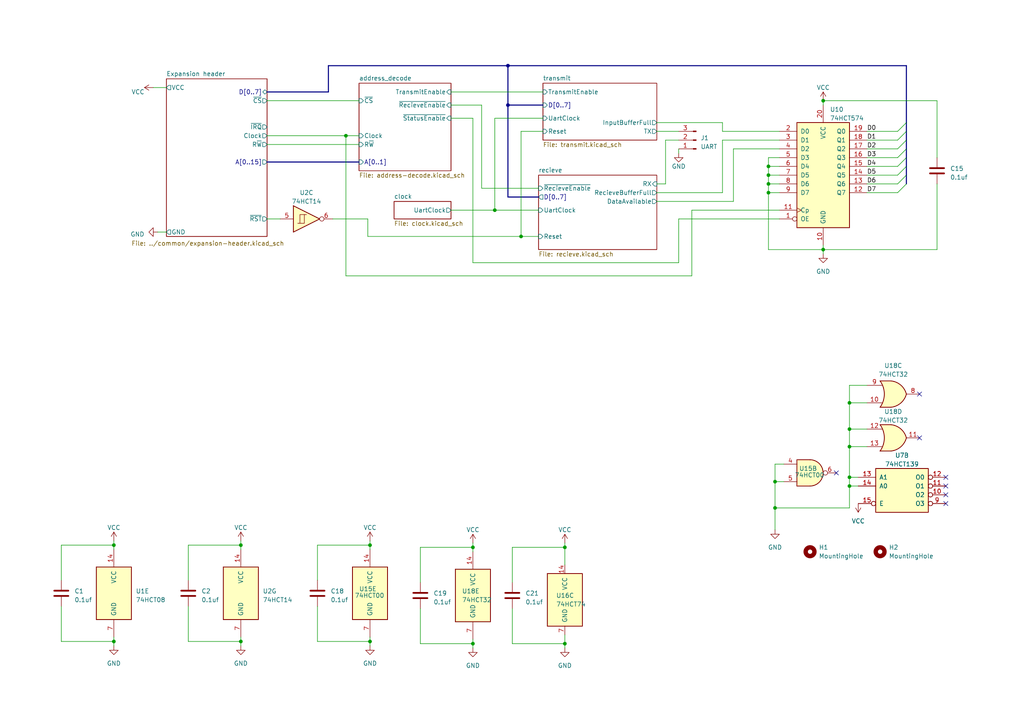
<source format=kicad_sch>
(kicad_sch (version 20230121) (generator eeschema)
  (paper "A4")
  (lib_symbols
    (symbol "74xx:74HCT00" (pin_names (offset 1.016))
      (property "Reference" "U" (at 0 1.27 0))
      (property "Value" "74HCT00" (at 0 -1.27 0))
      (symbol "74HCT00_1_1"
        (arc (start 0 -3.81) (mid 3.7934 0) (end 0 3.81) (stroke (width 0.254)) (fill (type background)))
        (polyline (pts (xy 0 3.81) (xy -3.81 3.81) (xy -3.81 -3.81) (xy 0 -3.81)) (stroke (width 0.254)) (fill (type background)))
        (pin input line (at -7.62 2.54 0) (length 3.81) (name "~") (number "1"))
        (pin input line (at -7.62 -2.54 0) (length 3.81) (name "~") (number "2"))
        (pin output inverted (at 7.62 0 180) (length 3.81) (name "~") (number "3"))
      )
      (symbol "74HCT00_1_2"
        (arc (start -3.81 -3.81) (mid -2.589 0) (end -3.81 3.81) (stroke (width 0.254)))
        (arc (start -0.6096 -3.81) (mid 2.1842 -2.5851) (end 3.81 0) (stroke (width 0.254)) (fill (type background)))
        (polyline (pts (xy -3.81 -3.81) (xy -0.635 -3.81)) (stroke (width 0.254)) (fill (type background)))
        (polyline (pts (xy -3.81 3.81) (xy -0.635 3.81)) (stroke (width 0.254)) (fill (type background)))
        (polyline (pts (xy -0.635 3.81) (xy -3.81 3.81) (xy -3.81 3.81) (xy -3.556 3.4036) (xy -3.0226 2.2606) (xy -2.6924 1.0414) (xy -2.6162 -0.254) (xy -2.7686 -1.4986) (xy -3.175 -2.7178) (xy -3.81 -3.81) (xy -3.81 -3.81) (xy -0.635 -3.81)) (stroke (width -25.4)) (fill (type background)))
        (arc (start 3.81 0) (mid 2.1915 2.5936) (end -0.6096 3.81) (stroke (width 0.254)) (fill (type background)))
        (pin input inverted (at -7.62 2.54 0) (length 4.318) (name "~") (number "1"))
        (pin input inverted (at -7.62 -2.54 0) (length 4.318) (name "~") (number "2"))
        (pin output line (at 7.62 0 180) (length 3.81) (name "~") (number "3"))
      )
      (symbol "74HCT00_2_1"
        (arc (start 0 -3.81) (mid 3.7934 0) (end 0 3.81) (stroke (width 0.254)) (fill (type background)))
        (polyline (pts (xy 0 3.81) (xy -3.81 3.81) (xy -3.81 -3.81) (xy 0 -3.81)) (stroke (width 0.254)) (fill (type background)))
        (pin input line (at -7.62 2.54 0) (length 3.81) (name "~") (number "4"))
        (pin input line (at -7.62 -2.54 0) (length 3.81) (name "~") (number "5"))
        (pin output inverted (at 7.62 0 180) (length 3.81) (name "~") (number "6"))
      )
      (symbol "74HCT00_2_2"
        (arc (start -3.81 -3.81) (mid -2.589 0) (end -3.81 3.81) (stroke (width 0.254)))
        (arc (start -0.6096 -3.81) (mid 2.1842 -2.5851) (end 3.81 0) (stroke (width 0.254)) (fill (type background)))
        (polyline (pts (xy -3.81 -3.81) (xy -0.635 -3.81)) (stroke (width 0.254)) (fill (type background)))
        (polyline (pts (xy -3.81 3.81) (xy -0.635 3.81)) (stroke (width 0.254)) (fill (type background)))
        (polyline (pts (xy -0.635 3.81) (xy -3.81 3.81) (xy -3.81 3.81) (xy -3.556 3.4036) (xy -3.0226 2.2606) (xy -2.6924 1.0414) (xy -2.6162 -0.254) (xy -2.7686 -1.4986) (xy -3.175 -2.7178) (xy -3.81 -3.81) (xy -3.81 -3.81) (xy -0.635 -3.81)) (stroke (width -25.4)) (fill (type background)))
        (arc (start 3.81 0) (mid 2.1915 2.5936) (end -0.6096 3.81) (stroke (width 0.254)) (fill (type background)))
        (pin input inverted (at -7.62 2.54 0) (length 4.318) (name "~") (number "4"))
        (pin input inverted (at -7.62 -2.54 0) (length 4.318) (name "~") (number "5"))
        (pin output line (at 7.62 0 180) (length 3.81) (name "~") (number "6"))
      )
      (symbol "74HCT00_3_1"
        (arc (start 0 -3.81) (mid 3.7934 0) (end 0 3.81) (stroke (width 0.254)) (fill (type background)))
        (polyline (pts (xy 0 3.81) (xy -3.81 3.81) (xy -3.81 -3.81) (xy 0 -3.81)) (stroke (width 0.254)) (fill (type background)))
        (pin input line (at -7.62 -2.54 0) (length 3.81) (name "~") (number "10"))
        (pin output inverted (at 7.62 0 180) (length 3.81) (name "~") (number "8"))
        (pin input line (at -7.62 2.54 0) (length 3.81) (name "~") (number "9"))
      )
      (symbol "74HCT00_3_2"
        (arc (start -3.81 -3.81) (mid -2.589 0) (end -3.81 3.81) (stroke (width 0.254)))
        (arc (start -0.6096 -3.81) (mid 2.1842 -2.5851) (end 3.81 0) (stroke (width 0.254)) (fill (type background)))
        (polyline (pts (xy -3.81 -3.81) (xy -0.635 -3.81)) (stroke (width 0.254)) (fill (type background)))
        (polyline (pts (xy -3.81 3.81) (xy -0.635 3.81)) (stroke (width 0.254)) (fill (type background)))
        (polyline (pts (xy -0.635 3.81) (xy -3.81 3.81) (xy -3.81 3.81) (xy -3.556 3.4036) (xy -3.0226 2.2606) (xy -2.6924 1.0414) (xy -2.6162 -0.254) (xy -2.7686 -1.4986) (xy -3.175 -2.7178) (xy -3.81 -3.81) (xy -3.81 -3.81) (xy -0.635 -3.81)) (stroke (width -25.4)) (fill (type background)))
        (arc (start 3.81 0) (mid 2.1915 2.5936) (end -0.6096 3.81) (stroke (width 0.254)) (fill (type background)))
        (pin input inverted (at -7.62 -2.54 0) (length 4.318) (name "~") (number "10"))
        (pin output line (at 7.62 0 180) (length 3.81) (name "~") (number "8"))
        (pin input inverted (at -7.62 2.54 0) (length 4.318) (name "~") (number "9"))
      )
      (symbol "74HCT00_4_1"
        (arc (start 0 -3.81) (mid 3.7934 0) (end 0 3.81) (stroke (width 0.254)) (fill (type background)))
        (polyline (pts (xy 0 3.81) (xy -3.81 3.81) (xy -3.81 -3.81) (xy 0 -3.81)) (stroke (width 0.254)) (fill (type background)))
        (pin output inverted (at 7.62 0 180) (length 3.81) (name "~") (number "11"))
        (pin input line (at -7.62 2.54 0) (length 3.81) (name "~") (number "12"))
        (pin input line (at -7.62 -2.54 0) (length 3.81) (name "~") (number "13"))
      )
      (symbol "74HCT00_4_2"
        (arc (start -3.81 -3.81) (mid -2.589 0) (end -3.81 3.81) (stroke (width 0.254)))
        (arc (start -0.6096 -3.81) (mid 2.1842 -2.5851) (end 3.81 0) (stroke (width 0.254)) (fill (type background)))
        (polyline (pts (xy -3.81 -3.81) (xy -0.635 -3.81)) (stroke (width 0.254)) (fill (type background)))
        (polyline (pts (xy -3.81 3.81) (xy -0.635 3.81)) (stroke (width 0.254)) (fill (type background)))
        (polyline (pts (xy -0.635 3.81) (xy -3.81 3.81) (xy -3.81 3.81) (xy -3.556 3.4036) (xy -3.0226 2.2606) (xy -2.6924 1.0414) (xy -2.6162 -0.254) (xy -2.7686 -1.4986) (xy -3.175 -2.7178) (xy -3.81 -3.81) (xy -3.81 -3.81) (xy -0.635 -3.81)) (stroke (width -25.4)) (fill (type background)))
        (arc (start 3.81 0) (mid 2.1915 2.5936) (end -0.6096 3.81) (stroke (width 0.254)) (fill (type background)))
        (pin output line (at 7.62 0 180) (length 3.81) (name "~") (number "11"))
        (pin input inverted (at -7.62 2.54 0) (length 4.318) (name "~") (number "12"))
        (pin input inverted (at -7.62 -2.54 0) (length 4.318) (name "~") (number "13"))
      )
      (symbol "74HCT00_5_0"
        (pin power_in line (at 0 12.7 270) (length 5.08) (name "VCC") (number "14"))
        (pin power_in line (at 0 -12.7 90) (length 5.08) (name "GND") (number "7"))
      )
      (symbol "74HCT00_5_1"
        (rectangle (start -5.08 7.62) (end 5.08 -7.62) (stroke (width 0.254)) (fill (type background)))
      )
    )
    (symbol "74xx:74LS08" (pin_names (offset 1.016))
      (property "Reference" "U" (at 0 1.27 0))
      (property "Value" "74LS08" (at 0 -1.27 0))
      (symbol "74LS08_1_1"
        (arc (start 0 -3.81) (mid 3.7934 0) (end 0 3.81) (stroke (width 0.254)) (fill (type background)))
        (polyline (pts (xy 0 3.81) (xy -3.81 3.81) (xy -3.81 -3.81) (xy 0 -3.81)) (stroke (width 0.254)) (fill (type background)))
        (pin input line (at -7.62 2.54 0) (length 3.81) (name "~") (number "1"))
        (pin input line (at -7.62 -2.54 0) (length 3.81) (name "~") (number "2"))
        (pin output line (at 7.62 0 180) (length 3.81) (name "~") (number "3"))
      )
      (symbol "74LS08_1_2"
        (arc (start -3.81 -3.81) (mid -2.589 0) (end -3.81 3.81) (stroke (width 0.254)))
        (arc (start -0.6096 -3.81) (mid 2.1842 -2.5851) (end 3.81 0) (stroke (width 0.254)) (fill (type background)))
        (polyline (pts (xy -3.81 -3.81) (xy -0.635 -3.81)) (stroke (width 0.254)) (fill (type background)))
        (polyline (pts (xy -3.81 3.81) (xy -0.635 3.81)) (stroke (width 0.254)) (fill (type background)))
        (polyline (pts (xy -0.635 3.81) (xy -3.81 3.81) (xy -3.81 3.81) (xy -3.556 3.4036) (xy -3.0226 2.2606) (xy -2.6924 1.0414) (xy -2.6162 -0.254) (xy -2.7686 -1.4986) (xy -3.175 -2.7178) (xy -3.81 -3.81) (xy -3.81 -3.81) (xy -0.635 -3.81)) (stroke (width -25.4)) (fill (type background)))
        (arc (start 3.81 0) (mid 2.1915 2.5936) (end -0.6096 3.81) (stroke (width 0.254)) (fill (type background)))
        (pin input inverted (at -7.62 2.54 0) (length 4.318) (name "~") (number "1"))
        (pin input inverted (at -7.62 -2.54 0) (length 4.318) (name "~") (number "2"))
        (pin output inverted (at 7.62 0 180) (length 3.81) (name "~") (number "3"))
      )
      (symbol "74LS08_2_1"
        (arc (start 0 -3.81) (mid 3.7934 0) (end 0 3.81) (stroke (width 0.254)) (fill (type background)))
        (polyline (pts (xy 0 3.81) (xy -3.81 3.81) (xy -3.81 -3.81) (xy 0 -3.81)) (stroke (width 0.254)) (fill (type background)))
        (pin input line (at -7.62 2.54 0) (length 3.81) (name "~") (number "4"))
        (pin input line (at -7.62 -2.54 0) (length 3.81) (name "~") (number "5"))
        (pin output line (at 7.62 0 180) (length 3.81) (name "~") (number "6"))
      )
      (symbol "74LS08_2_2"
        (arc (start -3.81 -3.81) (mid -2.589 0) (end -3.81 3.81) (stroke (width 0.254)))
        (arc (start -0.6096 -3.81) (mid 2.1842 -2.5851) (end 3.81 0) (stroke (width 0.254)) (fill (type background)))
        (polyline (pts (xy -3.81 -3.81) (xy -0.635 -3.81)) (stroke (width 0.254)) (fill (type background)))
        (polyline (pts (xy -3.81 3.81) (xy -0.635 3.81)) (stroke (width 0.254)) (fill (type background)))
        (polyline (pts (xy -0.635 3.81) (xy -3.81 3.81) (xy -3.81 3.81) (xy -3.556 3.4036) (xy -3.0226 2.2606) (xy -2.6924 1.0414) (xy -2.6162 -0.254) (xy -2.7686 -1.4986) (xy -3.175 -2.7178) (xy -3.81 -3.81) (xy -3.81 -3.81) (xy -0.635 -3.81)) (stroke (width -25.4)) (fill (type background)))
        (arc (start 3.81 0) (mid 2.1915 2.5936) (end -0.6096 3.81) (stroke (width 0.254)) (fill (type background)))
        (pin input inverted (at -7.62 2.54 0) (length 4.318) (name "~") (number "4"))
        (pin input inverted (at -7.62 -2.54 0) (length 4.318) (name "~") (number "5"))
        (pin output inverted (at 7.62 0 180) (length 3.81) (name "~") (number "6"))
      )
      (symbol "74LS08_3_1"
        (arc (start 0 -3.81) (mid 3.7934 0) (end 0 3.81) (stroke (width 0.254)) (fill (type background)))
        (polyline (pts (xy 0 3.81) (xy -3.81 3.81) (xy -3.81 -3.81) (xy 0 -3.81)) (stroke (width 0.254)) (fill (type background)))
        (pin input line (at -7.62 -2.54 0) (length 3.81) (name "~") (number "10"))
        (pin output line (at 7.62 0 180) (length 3.81) (name "~") (number "8"))
        (pin input line (at -7.62 2.54 0) (length 3.81) (name "~") (number "9"))
      )
      (symbol "74LS08_3_2"
        (arc (start -3.81 -3.81) (mid -2.589 0) (end -3.81 3.81) (stroke (width 0.254)))
        (arc (start -0.6096 -3.81) (mid 2.1842 -2.5851) (end 3.81 0) (stroke (width 0.254)) (fill (type background)))
        (polyline (pts (xy -3.81 -3.81) (xy -0.635 -3.81)) (stroke (width 0.254)) (fill (type background)))
        (polyline (pts (xy -3.81 3.81) (xy -0.635 3.81)) (stroke (width 0.254)) (fill (type background)))
        (polyline (pts (xy -0.635 3.81) (xy -3.81 3.81) (xy -3.81 3.81) (xy -3.556 3.4036) (xy -3.0226 2.2606) (xy -2.6924 1.0414) (xy -2.6162 -0.254) (xy -2.7686 -1.4986) (xy -3.175 -2.7178) (xy -3.81 -3.81) (xy -3.81 -3.81) (xy -0.635 -3.81)) (stroke (width -25.4)) (fill (type background)))
        (arc (start 3.81 0) (mid 2.1915 2.5936) (end -0.6096 3.81) (stroke (width 0.254)) (fill (type background)))
        (pin input inverted (at -7.62 -2.54 0) (length 4.318) (name "~") (number "10"))
        (pin output inverted (at 7.62 0 180) (length 3.81) (name "~") (number "8"))
        (pin input inverted (at -7.62 2.54 0) (length 4.318) (name "~") (number "9"))
      )
      (symbol "74LS08_4_1"
        (arc (start 0 -3.81) (mid 3.7934 0) (end 0 3.81) (stroke (width 0.254)) (fill (type background)))
        (polyline (pts (xy 0 3.81) (xy -3.81 3.81) (xy -3.81 -3.81) (xy 0 -3.81)) (stroke (width 0.254)) (fill (type background)))
        (pin output line (at 7.62 0 180) (length 3.81) (name "~") (number "11"))
        (pin input line (at -7.62 2.54 0) (length 3.81) (name "~") (number "12"))
        (pin input line (at -7.62 -2.54 0) (length 3.81) (name "~") (number "13"))
      )
      (symbol "74LS08_4_2"
        (arc (start -3.81 -3.81) (mid -2.589 0) (end -3.81 3.81) (stroke (width 0.254)))
        (arc (start -0.6096 -3.81) (mid 2.1842 -2.5851) (end 3.81 0) (stroke (width 0.254)) (fill (type background)))
        (polyline (pts (xy -3.81 -3.81) (xy -0.635 -3.81)) (stroke (width 0.254)) (fill (type background)))
        (polyline (pts (xy -3.81 3.81) (xy -0.635 3.81)) (stroke (width 0.254)) (fill (type background)))
        (polyline (pts (xy -0.635 3.81) (xy -3.81 3.81) (xy -3.81 3.81) (xy -3.556 3.4036) (xy -3.0226 2.2606) (xy -2.6924 1.0414) (xy -2.6162 -0.254) (xy -2.7686 -1.4986) (xy -3.175 -2.7178) (xy -3.81 -3.81) (xy -3.81 -3.81) (xy -0.635 -3.81)) (stroke (width -25.4)) (fill (type background)))
        (arc (start 3.81 0) (mid 2.1915 2.5936) (end -0.6096 3.81) (stroke (width 0.254)) (fill (type background)))
        (pin output inverted (at 7.62 0 180) (length 3.81) (name "~") (number "11"))
        (pin input inverted (at -7.62 2.54 0) (length 4.318) (name "~") (number "12"))
        (pin input inverted (at -7.62 -2.54 0) (length 4.318) (name "~") (number "13"))
      )
      (symbol "74LS08_5_0"
        (pin power_in line (at 0 12.7 270) (length 5.08) (name "VCC") (number "14"))
        (pin power_in line (at 0 -12.7 90) (length 5.08) (name "GND") (number "7"))
      )
      (symbol "74LS08_5_1"
        (rectangle (start -5.08 7.62) (end 5.08 -7.62) (stroke (width 0.254)) (fill (type background)))
      )
    )
    (symbol "74xx:74LS139" (pin_names (offset 1.016))
      (property "Reference" "U" (at -7.62 8.89 0))
      (property "Value" "74LS139" (at -7.62 -8.89 0))
      (symbol "74LS139_1_0"
        (pin input inverted (at -12.7 -5.08 0) (length 5.08) (name "E") (number "1"))
        (pin input line (at -12.7 0 0) (length 5.08) (name "A0") (number "2"))
        (pin input line (at -12.7 2.54 0) (length 5.08) (name "A1") (number "3"))
        (pin output inverted (at 12.7 2.54 180) (length 5.08) (name "O0") (number "4"))
        (pin output inverted (at 12.7 0 180) (length 5.08) (name "O1") (number "5"))
        (pin output inverted (at 12.7 -2.54 180) (length 5.08) (name "O2") (number "6"))
        (pin output inverted (at 12.7 -5.08 180) (length 5.08) (name "O3") (number "7"))
      )
      (symbol "74LS139_1_1"
        (rectangle (start -7.62 5.08) (end 7.62 -7.62) (stroke (width 0.254)) (fill (type background)))
      )
      (symbol "74LS139_2_0"
        (pin output inverted (at 12.7 -2.54 180) (length 5.08) (name "O2") (number "10"))
        (pin output inverted (at 12.7 0 180) (length 5.08) (name "O1") (number "11"))
        (pin output inverted (at 12.7 2.54 180) (length 5.08) (name "O0") (number "12"))
        (pin input line (at -12.7 2.54 0) (length 5.08) (name "A1") (number "13"))
        (pin input line (at -12.7 0 0) (length 5.08) (name "A0") (number "14"))
        (pin input inverted (at -12.7 -5.08 0) (length 5.08) (name "E") (number "15"))
        (pin output inverted (at 12.7 -5.08 180) (length 5.08) (name "O3") (number "9"))
      )
      (symbol "74LS139_2_1"
        (rectangle (start -7.62 5.08) (end 7.62 -7.62) (stroke (width 0.254)) (fill (type background)))
      )
      (symbol "74LS139_3_0"
        (pin power_in line (at 0 12.7 270) (length 5.08) (name "VCC") (number "16"))
        (pin power_in line (at 0 -12.7 90) (length 5.08) (name "GND") (number "8"))
      )
      (symbol "74LS139_3_1"
        (rectangle (start -5.08 7.62) (end 5.08 -7.62) (stroke (width 0.254)) (fill (type background)))
      )
    )
    (symbol "74xx:74LS14" (pin_names (offset 1.016))
      (property "Reference" "U" (at 0 1.27 0))
      (property "Value" "74LS14" (at 0 -1.27 0))
      (symbol "74LS14_1_0"
        (polyline (pts (xy -3.81 3.81) (xy -3.81 -3.81) (xy 3.81 0) (xy -3.81 3.81)) (stroke (width 0.254)) (fill (type background)))
        (pin input line (at -7.62 0 0) (length 3.81) (name "~") (number "1"))
        (pin output inverted (at 7.62 0 180) (length 3.81) (name "~") (number "2"))
      )
      (symbol "74LS14_1_1"
        (polyline (pts (xy -1.905 -1.27) (xy -1.905 1.27) (xy -0.635 1.27)))
        (polyline (pts (xy -2.54 -1.27) (xy -0.635 -1.27) (xy -0.635 1.27) (xy 0 1.27)))
      )
      (symbol "74LS14_2_0"
        (polyline (pts (xy -3.81 3.81) (xy -3.81 -3.81) (xy 3.81 0) (xy -3.81 3.81)) (stroke (width 0.254)) (fill (type background)))
        (pin input line (at -7.62 0 0) (length 3.81) (name "~") (number "3"))
        (pin output inverted (at 7.62 0 180) (length 3.81) (name "~") (number "4"))
      )
      (symbol "74LS14_2_1"
        (polyline (pts (xy -1.905 -1.27) (xy -1.905 1.27) (xy -0.635 1.27)))
        (polyline (pts (xy -2.54 -1.27) (xy -0.635 -1.27) (xy -0.635 1.27) (xy 0 1.27)))
      )
      (symbol "74LS14_3_0"
        (polyline (pts (xy -3.81 3.81) (xy -3.81 -3.81) (xy 3.81 0) (xy -3.81 3.81)) (stroke (width 0.254)) (fill (type background)))
        (pin input line (at -7.62 0 0) (length 3.81) (name "~") (number "5"))
        (pin output inverted (at 7.62 0 180) (length 3.81) (name "~") (number "6"))
      )
      (symbol "74LS14_3_1"
        (polyline (pts (xy -1.905 -1.27) (xy -1.905 1.27) (xy -0.635 1.27)))
        (polyline (pts (xy -2.54 -1.27) (xy -0.635 -1.27) (xy -0.635 1.27) (xy 0 1.27)))
      )
      (symbol "74LS14_4_0"
        (polyline (pts (xy -3.81 3.81) (xy -3.81 -3.81) (xy 3.81 0) (xy -3.81 3.81)) (stroke (width 0.254)) (fill (type background)))
        (pin output inverted (at 7.62 0 180) (length 3.81) (name "~") (number "8"))
        (pin input line (at -7.62 0 0) (length 3.81) (name "~") (number "9"))
      )
      (symbol "74LS14_4_1"
        (polyline (pts (xy -1.905 -1.27) (xy -1.905 1.27) (xy -0.635 1.27)))
        (polyline (pts (xy -2.54 -1.27) (xy -0.635 -1.27) (xy -0.635 1.27) (xy 0 1.27)))
      )
      (symbol "74LS14_5_0"
        (polyline (pts (xy -3.81 3.81) (xy -3.81 -3.81) (xy 3.81 0) (xy -3.81 3.81)) (stroke (width 0.254)) (fill (type background)))
        (pin output inverted (at 7.62 0 180) (length 3.81) (name "~") (number "10"))
        (pin input line (at -7.62 0 0) (length 3.81) (name "~") (number "11"))
      )
      (symbol "74LS14_5_1"
        (polyline (pts (xy -1.905 -1.27) (xy -1.905 1.27) (xy -0.635 1.27)))
        (polyline (pts (xy -2.54 -1.27) (xy -0.635 -1.27) (xy -0.635 1.27) (xy 0 1.27)))
      )
      (symbol "74LS14_6_0"
        (polyline (pts (xy -3.81 3.81) (xy -3.81 -3.81) (xy 3.81 0) (xy -3.81 3.81)) (stroke (width 0.254)) (fill (type background)))
        (pin output inverted (at 7.62 0 180) (length 3.81) (name "~") (number "12"))
        (pin input line (at -7.62 0 0) (length 3.81) (name "~") (number "13"))
      )
      (symbol "74LS14_6_1"
        (polyline (pts (xy -1.905 -1.27) (xy -1.905 1.27) (xy -0.635 1.27)))
        (polyline (pts (xy -2.54 -1.27) (xy -0.635 -1.27) (xy -0.635 1.27) (xy 0 1.27)))
      )
      (symbol "74LS14_7_0"
        (pin power_in line (at 0 12.7 270) (length 5.08) (name "VCC") (number "14"))
        (pin power_in line (at 0 -12.7 90) (length 5.08) (name "GND") (number "7"))
      )
      (symbol "74LS14_7_1"
        (rectangle (start -5.08 7.62) (end 5.08 -7.62) (stroke (width 0.254)) (fill (type background)))
      )
    )
    (symbol "74xx:74LS32" (pin_names (offset 1.016))
      (property "Reference" "U" (at 0 1.27 0))
      (property "Value" "74LS32" (at 0 -1.27 0))
      (symbol "74LS32_1_1"
        (arc (start -3.81 -3.81) (mid -2.589 0) (end -3.81 3.81) (stroke (width 0.254)))
        (arc (start -0.6096 -3.81) (mid 2.1842 -2.5851) (end 3.81 0) (stroke (width 0.254)) (fill (type background)))
        (polyline (pts (xy -3.81 -3.81) (xy -0.635 -3.81)) (stroke (width 0.254)) (fill (type background)))
        (polyline (pts (xy -3.81 3.81) (xy -0.635 3.81)) (stroke (width 0.254)) (fill (type background)))
        (polyline (pts (xy -0.635 3.81) (xy -3.81 3.81) (xy -3.81 3.81) (xy -3.556 3.4036) (xy -3.0226 2.2606) (xy -2.6924 1.0414) (xy -2.6162 -0.254) (xy -2.7686 -1.4986) (xy -3.175 -2.7178) (xy -3.81 -3.81) (xy -3.81 -3.81) (xy -0.635 -3.81)) (stroke (width -25.4)) (fill (type background)))
        (arc (start 3.81 0) (mid 2.1915 2.5936) (end -0.6096 3.81) (stroke (width 0.254)) (fill (type background)))
        (pin input line (at -7.62 2.54 0) (length 4.318) (name "~") (number "1"))
        (pin input line (at -7.62 -2.54 0) (length 4.318) (name "~") (number "2"))
        (pin output line (at 7.62 0 180) (length 3.81) (name "~") (number "3"))
      )
      (symbol "74LS32_1_2"
        (arc (start 0 -3.81) (mid 3.7934 0) (end 0 3.81) (stroke (width 0.254)) (fill (type background)))
        (polyline (pts (xy 0 3.81) (xy -3.81 3.81) (xy -3.81 -3.81) (xy 0 -3.81)) (stroke (width 0.254)) (fill (type background)))
        (pin input inverted (at -7.62 2.54 0) (length 3.81) (name "~") (number "1"))
        (pin input inverted (at -7.62 -2.54 0) (length 3.81) (name "~") (number "2"))
        (pin output inverted (at 7.62 0 180) (length 3.81) (name "~") (number "3"))
      )
      (symbol "74LS32_2_1"
        (arc (start -3.81 -3.81) (mid -2.589 0) (end -3.81 3.81) (stroke (width 0.254)))
        (arc (start -0.6096 -3.81) (mid 2.1842 -2.5851) (end 3.81 0) (stroke (width 0.254)) (fill (type background)))
        (polyline (pts (xy -3.81 -3.81) (xy -0.635 -3.81)) (stroke (width 0.254)) (fill (type background)))
        (polyline (pts (xy -3.81 3.81) (xy -0.635 3.81)) (stroke (width 0.254)) (fill (type background)))
        (polyline (pts (xy -0.635 3.81) (xy -3.81 3.81) (xy -3.81 3.81) (xy -3.556 3.4036) (xy -3.0226 2.2606) (xy -2.6924 1.0414) (xy -2.6162 -0.254) (xy -2.7686 -1.4986) (xy -3.175 -2.7178) (xy -3.81 -3.81) (xy -3.81 -3.81) (xy -0.635 -3.81)) (stroke (width -25.4)) (fill (type background)))
        (arc (start 3.81 0) (mid 2.1915 2.5936) (end -0.6096 3.81) (stroke (width 0.254)) (fill (type background)))
        (pin input line (at -7.62 2.54 0) (length 4.318) (name "~") (number "4"))
        (pin input line (at -7.62 -2.54 0) (length 4.318) (name "~") (number "5"))
        (pin output line (at 7.62 0 180) (length 3.81) (name "~") (number "6"))
      )
      (symbol "74LS32_2_2"
        (arc (start 0 -3.81) (mid 3.7934 0) (end 0 3.81) (stroke (width 0.254)) (fill (type background)))
        (polyline (pts (xy 0 3.81) (xy -3.81 3.81) (xy -3.81 -3.81) (xy 0 -3.81)) (stroke (width 0.254)) (fill (type background)))
        (pin input inverted (at -7.62 2.54 0) (length 3.81) (name "~") (number "4"))
        (pin input inverted (at -7.62 -2.54 0) (length 3.81) (name "~") (number "5"))
        (pin output inverted (at 7.62 0 180) (length 3.81) (name "~") (number "6"))
      )
      (symbol "74LS32_3_1"
        (arc (start -3.81 -3.81) (mid -2.589 0) (end -3.81 3.81) (stroke (width 0.254)))
        (arc (start -0.6096 -3.81) (mid 2.1842 -2.5851) (end 3.81 0) (stroke (width 0.254)) (fill (type background)))
        (polyline (pts (xy -3.81 -3.81) (xy -0.635 -3.81)) (stroke (width 0.254)) (fill (type background)))
        (polyline (pts (xy -3.81 3.81) (xy -0.635 3.81)) (stroke (width 0.254)) (fill (type background)))
        (polyline (pts (xy -0.635 3.81) (xy -3.81 3.81) (xy -3.81 3.81) (xy -3.556 3.4036) (xy -3.0226 2.2606) (xy -2.6924 1.0414) (xy -2.6162 -0.254) (xy -2.7686 -1.4986) (xy -3.175 -2.7178) (xy -3.81 -3.81) (xy -3.81 -3.81) (xy -0.635 -3.81)) (stroke (width -25.4)) (fill (type background)))
        (arc (start 3.81 0) (mid 2.1915 2.5936) (end -0.6096 3.81) (stroke (width 0.254)) (fill (type background)))
        (pin input line (at -7.62 -2.54 0) (length 4.318) (name "~") (number "10"))
        (pin output line (at 7.62 0 180) (length 3.81) (name "~") (number "8"))
        (pin input line (at -7.62 2.54 0) (length 4.318) (name "~") (number "9"))
      )
      (symbol "74LS32_3_2"
        (arc (start 0 -3.81) (mid 3.7934 0) (end 0 3.81) (stroke (width 0.254)) (fill (type background)))
        (polyline (pts (xy 0 3.81) (xy -3.81 3.81) (xy -3.81 -3.81) (xy 0 -3.81)) (stroke (width 0.254)) (fill (type background)))
        (pin input inverted (at -7.62 -2.54 0) (length 3.81) (name "~") (number "10"))
        (pin output inverted (at 7.62 0 180) (length 3.81) (name "~") (number "8"))
        (pin input inverted (at -7.62 2.54 0) (length 3.81) (name "~") (number "9"))
      )
      (symbol "74LS32_4_1"
        (arc (start -3.81 -3.81) (mid -2.589 0) (end -3.81 3.81) (stroke (width 0.254)))
        (arc (start -0.6096 -3.81) (mid 2.1842 -2.5851) (end 3.81 0) (stroke (width 0.254)) (fill (type background)))
        (polyline (pts (xy -3.81 -3.81) (xy -0.635 -3.81)) (stroke (width 0.254)) (fill (type background)))
        (polyline (pts (xy -3.81 3.81) (xy -0.635 3.81)) (stroke (width 0.254)) (fill (type background)))
        (polyline (pts (xy -0.635 3.81) (xy -3.81 3.81) (xy -3.81 3.81) (xy -3.556 3.4036) (xy -3.0226 2.2606) (xy -2.6924 1.0414) (xy -2.6162 -0.254) (xy -2.7686 -1.4986) (xy -3.175 -2.7178) (xy -3.81 -3.81) (xy -3.81 -3.81) (xy -0.635 -3.81)) (stroke (width -25.4)) (fill (type background)))
        (arc (start 3.81 0) (mid 2.1915 2.5936) (end -0.6096 3.81) (stroke (width 0.254)) (fill (type background)))
        (pin output line (at 7.62 0 180) (length 3.81) (name "~") (number "11"))
        (pin input line (at -7.62 2.54 0) (length 4.318) (name "~") (number "12"))
        (pin input line (at -7.62 -2.54 0) (length 4.318) (name "~") (number "13"))
      )
      (symbol "74LS32_4_2"
        (arc (start 0 -3.81) (mid 3.7934 0) (end 0 3.81) (stroke (width 0.254)) (fill (type background)))
        (polyline (pts (xy 0 3.81) (xy -3.81 3.81) (xy -3.81 -3.81) (xy 0 -3.81)) (stroke (width 0.254)) (fill (type background)))
        (pin output inverted (at 7.62 0 180) (length 3.81) (name "~") (number "11"))
        (pin input inverted (at -7.62 2.54 0) (length 3.81) (name "~") (number "12"))
        (pin input inverted (at -7.62 -2.54 0) (length 3.81) (name "~") (number "13"))
      )
      (symbol "74LS32_5_0"
        (pin power_in line (at 0 12.7 270) (length 5.08) (name "VCC") (number "14"))
        (pin power_in line (at 0 -12.7 90) (length 5.08) (name "GND") (number "7"))
      )
      (symbol "74LS32_5_1"
        (rectangle (start -5.08 7.62) (end 5.08 -7.62) (stroke (width 0.254)) (fill (type background)))
      )
    )
    (symbol "74xx:74LS574" (pin_names (offset 1.016))
      (property "Reference" "U" (at -7.62 16.51 0))
      (property "Value" "74LS574" (at -7.62 -16.51 0))
      (symbol "74LS574_1_0"
        (pin input inverted (at -12.7 -12.7 0) (length 5.08) (name "OE") (number "1"))
        (pin power_in line (at 0 -20.32 90) (length 5.08) (name "GND") (number "10"))
        (pin input clock (at -12.7 -10.16 0) (length 5.08) (name "Cp") (number "11"))
        (pin tri_state line (at 12.7 -5.08 180) (length 5.08) (name "Q7") (number "12"))
        (pin tri_state line (at 12.7 -2.54 180) (length 5.08) (name "Q6") (number "13"))
        (pin tri_state line (at 12.7 0 180) (length 5.08) (name "Q5") (number "14"))
        (pin tri_state line (at 12.7 2.54 180) (length 5.08) (name "Q4") (number "15"))
        (pin tri_state line (at 12.7 5.08 180) (length 5.08) (name "Q3") (number "16"))
        (pin tri_state line (at 12.7 7.62 180) (length 5.08) (name "Q2") (number "17"))
        (pin tri_state line (at 12.7 10.16 180) (length 5.08) (name "Q1") (number "18"))
        (pin tri_state line (at 12.7 12.7 180) (length 5.08) (name "Q0") (number "19"))
        (pin input line (at -12.7 12.7 0) (length 5.08) (name "D0") (number "2"))
        (pin power_in line (at 0 20.32 270) (length 5.08) (name "VCC") (number "20"))
        (pin input line (at -12.7 10.16 0) (length 5.08) (name "D1") (number "3"))
        (pin input line (at -12.7 7.62 0) (length 5.08) (name "D2") (number "4"))
        (pin input line (at -12.7 5.08 0) (length 5.08) (name "D3") (number "5"))
        (pin input line (at -12.7 2.54 0) (length 5.08) (name "D4") (number "6"))
        (pin input line (at -12.7 0 0) (length 5.08) (name "D5") (number "7"))
        (pin input line (at -12.7 -2.54 0) (length 5.08) (name "D6") (number "8"))
        (pin input line (at -12.7 -5.08 0) (length 5.08) (name "D7") (number "9"))
      )
      (symbol "74LS574_1_1"
        (rectangle (start -7.62 15.24) (end 7.62 -15.24) (stroke (width 0.254)) (fill (type background)))
      )
    )
    (symbol "74xx:74LS74" (pin_names (offset 1.016))
      (property "Reference" "U" (at -7.62 8.89 0))
      (property "Value" "74LS74" (at -7.62 -8.89 0))
      (symbol "74LS74_1_0"
        (pin input line (at 0 -7.62 90) (length 2.54) (name "~{R}") (number "1"))
        (pin input line (at -7.62 2.54 0) (length 2.54) (name "D") (number "2"))
        (pin input clock (at -7.62 0 0) (length 2.54) (name "C") (number "3"))
        (pin input line (at 0 7.62 270) (length 2.54) (name "~{S}") (number "4"))
        (pin output line (at 7.62 2.54 180) (length 2.54) (name "Q") (number "5"))
        (pin output line (at 7.62 -2.54 180) (length 2.54) (name "~{Q}") (number "6"))
      )
      (symbol "74LS74_1_1"
        (rectangle (start -5.08 5.08) (end 5.08 -5.08) (stroke (width 0.254)) (fill (type background)))
      )
      (symbol "74LS74_2_0"
        (pin input line (at 0 7.62 270) (length 2.54) (name "~{S}") (number "10"))
        (pin input clock (at -7.62 0 0) (length 2.54) (name "C") (number "11"))
        (pin input line (at -7.62 2.54 0) (length 2.54) (name "D") (number "12"))
        (pin input line (at 0 -7.62 90) (length 2.54) (name "~{R}") (number "13"))
        (pin output line (at 7.62 -2.54 180) (length 2.54) (name "~{Q}") (number "8"))
        (pin output line (at 7.62 2.54 180) (length 2.54) (name "Q") (number "9"))
      )
      (symbol "74LS74_2_1"
        (rectangle (start -5.08 5.08) (end 5.08 -5.08) (stroke (width 0.254)) (fill (type background)))
      )
      (symbol "74LS74_3_0"
        (pin power_in line (at 0 10.16 270) (length 2.54) (name "VCC") (number "14"))
        (pin power_in line (at 0 -10.16 90) (length 2.54) (name "GND") (number "7"))
      )
      (symbol "74LS74_3_1"
        (rectangle (start -5.08 7.62) (end 5.08 -7.62) (stroke (width 0.254)) (fill (type background)))
      )
    )
    (symbol "Connector:Conn_01x03_Pin" (pin_names (offset 1.016) hide)
      (property "Reference" "J" (at 0 5.08 0))
      (property "Value" "Conn_01x03_Pin" (at 0 -5.08 0))
      (symbol "Conn_01x03_Pin_1_1"
        (polyline (pts (xy 1.27 -2.54) (xy 0.8636 -2.54)) (stroke (width 0.1524)))
        (polyline (pts (xy 1.27 0) (xy 0.8636 0)) (stroke (width 0.1524)))
        (polyline (pts (xy 1.27 2.54) (xy 0.8636 2.54)) (stroke (width 0.1524)))
        (rectangle (start 0.8636 -2.413) (end 0 -2.667) (stroke (width 0.1524)) (fill (type outline)))
        (rectangle (start 0.8636 0.127) (end 0 -0.127) (stroke (width 0.1524)) (fill (type outline)))
        (rectangle (start 0.8636 2.667) (end 0 2.413) (stroke (width 0.1524)) (fill (type outline)))
        (pin passive line (at 5.08 2.54 180) (length 3.81) (name "Pin_1") (number "1"))
        (pin passive line (at 5.08 0 180) (length 3.81) (name "Pin_2") (number "2"))
        (pin passive line (at 5.08 -2.54 180) (length 3.81) (name "Pin_3") (number "3"))
      )
    )
    (symbol "Device:C" (pin_numbers hide) (pin_names (offset 0.254))
      (property "Reference" "C" (at 0.635 2.54 0))
      (property "Value" "C" (at 0.635 -2.54 0))
      (symbol "C_0_1"
        (polyline (pts (xy -2.032 -0.762) (xy 2.032 -0.762)) (stroke (width 0.508)))
        (polyline (pts (xy -2.032 0.762) (xy 2.032 0.762)) (stroke (width 0.508)))
      )
      (symbol "C_1_1"
        (pin passive line (at 0 3.81 270) (length 2.794) (name "~") (number "1"))
        (pin passive line (at 0 -3.81 90) (length 2.794) (name "~") (number "2"))
      )
    )
    (symbol "Mechanical:MountingHole" (pin_names (offset 1.016))
      (property "Reference" "H" (at 0 5.08 0))
      (property "Value" "MountingHole" (at 0 3.175 0))
      (symbol "MountingHole_0_1"
        (circle (center 0 0) (radius 1.27) (stroke (width 1.27)))
      )
    )
    (symbol "power:GND" (power) (pin_names (offset 0))
      (property "Value" "GND" (at 0 -3.81 0))
      (symbol "GND_0_1"
        (polyline (pts (xy 0 0) (xy 0 -1.27) (xy 1.27 -1.27) (xy 0 -2.54) (xy -1.27 -1.27) (xy 0 -1.27)))
      )
      (symbol "GND_1_1"
        (pin power_in line (at 0 0 270) (length 0) hide (name "GND") (number "1"))
      )
    )
    (symbol "power:VCC" (power) (pin_names (offset 0))
      (property "Value" "VCC" (at 0 3.81 0))
      (symbol "VCC_0_1"
        (polyline (pts (xy -0.762 1.27) (xy 0 2.54)))
        (polyline (pts (xy 0 0) (xy 0 2.54)))
        (polyline (pts (xy 0 2.54) (xy 0.762 1.27)))
      )
      (symbol "VCC_1_1"
        (pin power_in line (at 0 0 90) (length 0) hide (name "VCC") (number "1"))
      )
    )
  )
  (junction (at 163.83 158.75))
  (junction (at 163.83 186.69))
  (junction (at 222.885 55.88))
  (junction (at 246.38 116.84))
  (junction (at 147.32 19.05))
  (junction (at 33.02 158.115))
  (junction (at 151.13 68.58))
  (junction (at 246.38 140.97))
  (junction (at 107.315 186.055))
  (junction (at 143.51 60.96))
  (junction (at 246.38 129.54))
  (junction (at 246.38 138.43))
  (junction (at 222.885 53.34))
  (junction (at 33.02 186.055))
  (junction (at 147.32 30.48))
  (junction (at 100.33 39.37))
  (junction (at 246.38 124.46))
  (junction (at 224.79 147.32))
  (junction (at 222.885 50.8))
  (junction (at 69.85 186.055))
  (junction (at 137.16 186.69))
  (junction (at 137.16 158.75))
  (junction (at 238.76 29.21))
  (junction (at 224.79 139.7))
  (junction (at 69.85 158.115))
  (junction (at 222.885 48.26))
  (junction (at 238.76 72.39))
  (junction (at 107.315 158.115))
  (no_connect (at 274.32 140.97))
  (no_connect (at 266.7 114.3))
  (no_connect (at 274.32 143.51))
  (no_connect (at 274.32 146.05))
  (no_connect (at 242.57 137.16))
  (no_connect (at 274.32 138.43))
  (no_connect (at 266.7 127))
  (bus_entry (at 262.89 50.8) (size -2.54 2.54))
  (bus_entry (at 262.89 48.26) (size -2.54 2.54))
  (bus_entry (at 262.89 45.72) (size -2.54 2.54))
  (bus_entry (at 262.89 38.1) (size -2.54 2.54))
  (bus_entry (at 262.89 43.18) (size -2.54 2.54))
  (bus_entry (at 262.89 53.34) (size -2.54 2.54))
  (bus_entry (at 262.89 40.64) (size -2.54 2.54))
  (bus_entry (at 262.89 35.56) (size -2.54 2.54))
  (wire (pts (xy 139.7 54.61) (xy 156.21 54.61)))
  (wire (pts (xy 137.16 34.29) (xy 137.16 76.2)))
  (wire (pts (xy 193.04 40.64) (xy 196.85 40.64)))
  (wire (pts (xy 151.13 38.1) (xy 157.48 38.1)))
  (wire (pts (xy 69.85 158.115) (xy 69.85 159.385)))
  (bus (pts (xy 262.89 48.26) (xy 262.89 50.8)))
  (wire (pts (xy 222.885 55.88) (xy 222.885 72.39)))
  (wire (pts (xy 17.78 158.115) (xy 17.78 168.275)))
  (wire (pts (xy 137.16 186.69) (xy 137.16 187.96)))
  (bus (pts (xy 262.89 40.64) (xy 262.89 43.18)))
  (bus (pts (xy 95.25 26.67) (xy 95.25 19.05)))
  (wire (pts (xy 190.5 55.88) (xy 209.55 55.88)))
  (wire (pts (xy 246.38 124.46) (xy 251.46 124.46)))
  (wire (pts (xy 222.885 48.26) (xy 222.885 50.8)))
  (wire (pts (xy 196.85 43.18) (xy 196.85 44.45)))
  (wire (pts (xy 77.47 63.5) (xy 81.28 63.5)))
  (wire (pts (xy 148.59 186.69) (xy 163.83 186.69)))
  (wire (pts (xy 271.78 45.72) (xy 271.78 29.21)))
  (bus (pts (xy 262.89 50.8) (xy 262.89 53.34)))
  (wire (pts (xy 143.51 34.29) (xy 143.51 60.96)))
  (wire (pts (xy 121.92 186.69) (xy 137.16 186.69)))
  (wire (pts (xy 190.5 58.42) (xy 212.725 58.42)))
  (bus (pts (xy 262.89 35.56) (xy 262.89 38.1)))
  (wire (pts (xy 100.33 39.37) (xy 104.14 39.37)))
  (wire (pts (xy 54.61 175.895) (xy 54.61 186.055)))
  (wire (pts (xy 209.55 40.64) (xy 226.06 40.64)))
  (wire (pts (xy 33.02 158.115) (xy 33.02 159.385)))
  (wire (pts (xy 196.85 76.2) (xy 196.85 63.5)))
  (wire (pts (xy 163.83 158.75) (xy 163.83 163.83)))
  (wire (pts (xy 190.5 38.1) (xy 196.85 38.1)))
  (wire (pts (xy 251.46 43.18) (xy 260.35 43.18)))
  (wire (pts (xy 106.68 63.5) (xy 106.68 68.58)))
  (wire (pts (xy 246.38 140.97) (xy 246.38 147.32)))
  (wire (pts (xy 107.315 158.115) (xy 92.075 158.115)))
  (wire (pts (xy 251.46 55.88) (xy 260.35 55.88)))
  (bus (pts (xy 147.32 57.15) (xy 156.21 57.15)))
  (wire (pts (xy 246.38 124.46) (xy 246.38 129.54)))
  (wire (pts (xy 96.52 63.5) (xy 106.68 63.5)))
  (bus (pts (xy 147.32 19.05) (xy 147.32 30.48)))
  (wire (pts (xy 92.075 175.895) (xy 92.075 186.055)))
  (wire (pts (xy 121.92 176.53) (xy 121.92 186.69)))
  (wire (pts (xy 139.7 30.48) (xy 139.7 54.61)))
  (wire (pts (xy 190.5 53.34) (xy 193.04 53.34)))
  (wire (pts (xy 246.38 147.32) (xy 224.79 147.32)))
  (wire (pts (xy 200.66 80.01) (xy 200.66 60.96)))
  (wire (pts (xy 137.16 76.2) (xy 196.85 76.2)))
  (wire (pts (xy 137.16 158.75) (xy 121.92 158.75)))
  (wire (pts (xy 143.51 34.29) (xy 157.48 34.29)))
  (wire (pts (xy 69.85 156.845) (xy 69.85 158.115)))
  (wire (pts (xy 246.38 138.43) (xy 246.38 140.97)))
  (wire (pts (xy 69.85 158.115) (xy 54.61 158.115)))
  (wire (pts (xy 107.315 184.785) (xy 107.315 186.055)))
  (wire (pts (xy 54.61 158.115) (xy 54.61 168.275)))
  (wire (pts (xy 92.075 186.055) (xy 107.315 186.055)))
  (wire (pts (xy 17.78 186.055) (xy 33.02 186.055)))
  (wire (pts (xy 200.66 60.96) (xy 226.06 60.96)))
  (wire (pts (xy 226.06 45.72) (xy 222.885 45.72)))
  (wire (pts (xy 260.35 38.1) (xy 251.46 38.1)))
  (wire (pts (xy 224.79 134.62) (xy 227.33 134.62)))
  (wire (pts (xy 222.885 53.34) (xy 226.06 53.34)))
  (wire (pts (xy 246.38 138.43) (xy 248.92 138.43)))
  (wire (pts (xy 107.315 158.115) (xy 107.315 159.385)))
  (wire (pts (xy 92.075 158.115) (xy 92.075 168.275)))
  (wire (pts (xy 163.83 157.48) (xy 163.83 158.75)))
  (wire (pts (xy 209.55 55.88) (xy 209.55 40.64)))
  (bus (pts (xy 147.32 19.05) (xy 262.89 19.05)))
  (wire (pts (xy 246.38 111.76) (xy 246.38 116.84)))
  (wire (pts (xy 107.315 156.845) (xy 107.315 158.115)))
  (wire (pts (xy 222.885 50.8) (xy 222.885 53.34)))
  (wire (pts (xy 222.885 48.26) (xy 226.06 48.26)))
  (wire (pts (xy 271.78 53.34) (xy 271.78 72.39)))
  (wire (pts (xy 246.38 129.54) (xy 246.38 138.43)))
  (wire (pts (xy 44.45 25.4) (xy 48.26 25.4)))
  (wire (pts (xy 151.13 38.1) (xy 151.13 68.58)))
  (wire (pts (xy 224.79 139.7) (xy 224.79 147.32)))
  (wire (pts (xy 148.59 158.75) (xy 148.59 168.91)))
  (wire (pts (xy 54.61 186.055) (xy 69.85 186.055)))
  (wire (pts (xy 130.81 26.67) (xy 157.48 26.67)))
  (wire (pts (xy 130.81 30.48) (xy 139.7 30.48)))
  (bus (pts (xy 95.25 19.05) (xy 147.32 19.05)))
  (wire (pts (xy 33.02 186.055) (xy 33.02 184.785)))
  (wire (pts (xy 137.16 185.42) (xy 137.16 186.69)))
  (wire (pts (xy 33.02 158.115) (xy 17.78 158.115)))
  (wire (pts (xy 224.79 134.62) (xy 224.79 139.7)))
  (wire (pts (xy 100.33 39.37) (xy 100.33 80.01)))
  (wire (pts (xy 246.38 140.97) (xy 248.92 140.97)))
  (bus (pts (xy 262.89 43.18) (xy 262.89 45.72)))
  (wire (pts (xy 212.725 58.42) (xy 212.725 43.18)))
  (wire (pts (xy 246.38 116.84) (xy 251.46 116.84)))
  (wire (pts (xy 137.16 157.48) (xy 137.16 158.75)))
  (wire (pts (xy 143.51 60.96) (xy 156.21 60.96)))
  (wire (pts (xy 106.68 68.58) (xy 151.13 68.58)))
  (wire (pts (xy 271.78 29.21) (xy 238.76 29.21)))
  (wire (pts (xy 121.92 158.75) (xy 121.92 168.91)))
  (wire (pts (xy 190.5 35.56) (xy 209.55 35.56)))
  (wire (pts (xy 251.46 48.26) (xy 260.35 48.26)))
  (wire (pts (xy 251.46 40.64) (xy 260.35 40.64)))
  (wire (pts (xy 69.85 186.055) (xy 69.85 187.325)))
  (wire (pts (xy 251.46 111.76) (xy 246.38 111.76)))
  (wire (pts (xy 48.26 67.31) (xy 45.72 67.31)))
  (bus (pts (xy 77.47 46.99) (xy 104.14 46.99)))
  (wire (pts (xy 130.81 34.29) (xy 137.16 34.29)))
  (wire (pts (xy 246.38 116.84) (xy 246.38 124.46)))
  (wire (pts (xy 222.885 53.34) (xy 222.885 55.88)))
  (wire (pts (xy 163.83 158.75) (xy 148.59 158.75)))
  (wire (pts (xy 17.78 175.895) (xy 17.78 186.055)))
  (wire (pts (xy 251.46 50.8) (xy 260.35 50.8)))
  (wire (pts (xy 222.885 50.8) (xy 226.06 50.8)))
  (bus (pts (xy 147.32 30.48) (xy 157.48 30.48)))
  (bus (pts (xy 262.89 38.1) (xy 262.89 40.64)))
  (wire (pts (xy 100.33 80.01) (xy 200.66 80.01)))
  (wire (pts (xy 130.81 60.96) (xy 143.51 60.96)))
  (bus (pts (xy 147.32 30.48) (xy 147.32 57.15)))
  (wire (pts (xy 224.79 147.32) (xy 224.79 153.67)))
  (wire (pts (xy 209.55 38.1) (xy 226.06 38.1)))
  (wire (pts (xy 163.83 186.69) (xy 163.83 187.96)))
  (wire (pts (xy 251.46 53.34) (xy 260.35 53.34)))
  (wire (pts (xy 246.38 129.54) (xy 251.46 129.54)))
  (wire (pts (xy 148.59 176.53) (xy 148.59 186.69)))
  (wire (pts (xy 151.13 68.58) (xy 156.21 68.58)))
  (wire (pts (xy 33.02 156.845) (xy 33.02 158.115)))
  (wire (pts (xy 77.47 29.21) (xy 104.14 29.21)))
  (wire (pts (xy 107.315 186.055) (xy 107.315 187.325)))
  (wire (pts (xy 238.76 29.21) (xy 238.76 30.48)))
  (wire (pts (xy 209.55 35.56) (xy 209.55 38.1)))
  (wire (pts (xy 212.725 43.18) (xy 226.06 43.18)))
  (wire (pts (xy 196.85 63.5) (xy 226.06 63.5)))
  (wire (pts (xy 69.85 184.785) (xy 69.85 186.055)))
  (wire (pts (xy 77.47 41.91) (xy 104.14 41.91)))
  (wire (pts (xy 238.76 72.39) (xy 238.76 71.12)))
  (bus (pts (xy 262.89 45.72) (xy 262.89 48.26)))
  (wire (pts (xy 137.16 158.75) (xy 137.16 160.02)))
  (wire (pts (xy 222.885 45.72) (xy 222.885 48.26)))
  (wire (pts (xy 251.46 45.72) (xy 260.35 45.72)))
  (wire (pts (xy 222.885 55.88) (xy 226.06 55.88)))
  (wire (pts (xy 222.885 72.39) (xy 238.76 72.39)))
  (wire (pts (xy 33.02 187.325) (xy 33.02 186.055)))
  (bus (pts (xy 77.47 26.67) (xy 95.25 26.67)))
  (wire (pts (xy 238.76 73.66) (xy 238.76 72.39)))
  (bus (pts (xy 262.89 19.05) (xy 262.89 35.56)))
  (wire (pts (xy 193.04 53.34) (xy 193.04 40.64)))
  (wire (pts (xy 271.78 72.39) (xy 238.76 72.39)))
  (wire (pts (xy 77.47 39.37) (xy 100.33 39.37)))
  (wire (pts (xy 163.83 184.15) (xy 163.83 186.69)))
  (wire (pts (xy 224.79 139.7) (xy 227.33 139.7)))
  (label "D5" (at 251.46 50.8 0))
  (label "D6" (at 251.46 53.34 0))
  (label "D0" (at 251.46 38.1 0))
  (label "D7" (at 251.46 55.88 0))
  (label "D3" (at 251.46 45.72 0))
  (label "D1" (at 251.46 40.64 0))
  (label "D2" (at 251.46 43.18 0))
  (label "D4" (at 251.46 48.26 0))
  (symbol (lib_id "Mechanical:MountingHole") (at 255.27 160.02 0) (unit 1)
    (property "Reference" "H2" (at 257.81 158.75 0) (effects (justify left)))
    (property "Value" "MountingHole" (at 257.81 161.29 0) (effects (justify left)))
    (property "Footprint" "MountingHole:MountingHole_2.5mm" (effects hide))
  )
  (symbol (lib_id "power:GND") (at 137.16 187.96 0) (unit 1)
    (property "Reference" "#PWR046" (effects hide))
    (property "Value" "GND" (at 137.16 193.04 0))
  )
  (symbol (lib_id "74xx:74LS32") (at 137.16 172.72 0) (unit 5)
    (property "Reference" "U18" (at 133.985 171.45 0) (effects (justify left)))
    (property "Value" "74HCT32" (at 133.985 173.99 0) (effects (justify left)))
    (property "Footprint" "Package_DIP:DIP-14_W7.62mm" (effects hide))
    (property "Datasheet" "http://www.ti.com/lit/gpn/sn74LS32" (effects hide))
  )
  (symbol (lib_id "Device:C") (at 148.59 172.72 0) (unit 1)
    (property "Reference" "C21" (at 152.4 172.085 0) (effects (justify left)))
    (property "Value" "0.1uf" (at 152.4 174.625 0) (effects (justify left)))
    (property "Footprint" "Capacitor_THT:C_Rect_L7.2mm_W3.5mm_P5.00mm_FKS2_FKP2_MKS2_MKP2" (effects hide))
  )
  (symbol (lib_id "74xx:74LS574") (at 238.76 50.8 0) (unit 1)
    (property "Reference" "U10" (at 240.7159 31.75 0) (effects (justify left)))
    (property "Value" "74HCT574" (at 240.7159 34.29 0) (effects (justify left)))
    (property "Footprint" "Package_DIP:DIP-20_W7.62mm" (effects hide))
    (property "Datasheet" "http://www.ti.com/lit/gpn/sn74LS574" (effects hide))
  )
  (symbol (lib_id "power:GND") (at 196.85 44.45 0) (unit 1)
    (property "Reference" "#PWR07" (effects hide))
    (property "Value" "GND" (at 196.85 48.26 0))
  )
  (symbol (lib_id "74xx:74LS74") (at 163.83 173.99 0) (unit 3)
    (property "Reference" "U16" (at 161.29 172.72 0) (effects (justify left)))
    (property "Value" "74HCT74" (at 161.29 175.26 0) (effects (justify left)))
    (property "Footprint" "Package_DIP:DIP-14_W10.16mm" (effects hide))
    (property "Datasheet" "74xx/74hc_hct74.pdf" (effects hide))
  )
  (symbol (lib_id "74xx:74LS14") (at 69.85 172.085 0) (unit 7)
    (property "Reference" "U2" (at 76.2 171.45 0) (effects (justify left)))
    (property "Value" "74HCT14" (at 76.2 173.99 0) (effects (justify left)))
    (property "Footprint" "Package_DIP:DIP-14_W7.62mm" (effects hide))
    (property "Datasheet" "http://www.ti.com/lit/gpn/sn74LS14" (effects hide))
  )
  (symbol (lib_id "power:VCC") (at 44.45 25.4 90) (unit 1)
    (property "Reference" "#PWR01" (effects hide))
    (property "Value" "VCC" (at 38.1 26.67 90) (effects (justify right)))
  )
  (symbol (lib_id "74xx:74LS32") (at 259.08 127 0) (unit 4)
    (property "Reference" "U18" (at 259.08 119.38 0))
    (property "Value" "74HCT32" (at 259.08 121.92 0))
    (property "Footprint" "Package_DIP:DIP-14_W7.62mm" (effects hide))
    (property "Datasheet" "http://www.ti.com/lit/gpn/sn74LS32" (effects hide))
  )
  (symbol (lib_id "74xx:74LS14") (at 88.9 63.5 0) (unit 3)
    (property "Reference" "U2" (at 88.9 55.88 0))
    (property "Value" "74HCT14" (at 88.9 58.42 0))
    (property "Footprint" "Package_DIP:DIP-14_W7.62mm" (effects hide))
    (property "Datasheet" "http://www.ti.com/lit/gpn/sn74LS14" (effects hide))
  )
  (symbol (lib_id "power:GND") (at 33.02 187.325 0) (unit 1)
    (property "Reference" "#PWR04" (effects hide))
    (property "Value" "GND" (at 33.02 192.405 0))
  )
  (symbol (lib_id "power:VCC") (at 163.83 157.48 0) (unit 1)
    (property "Reference" "#PWR047" (effects hide))
    (property "Value" "VCC" (at 163.83 153.67 0))
  )
  (symbol (lib_id "power:GND") (at 45.72 67.31 270) (unit 1)
    (property "Reference" "#PWR02" (effects hide))
    (property "Value" "GND" (at 41.91 67.945 90) (effects (justify right)))
  )
  (symbol (lib_id "power:GND") (at 69.85 187.325 0) (unit 1)
    (property "Reference" "#PWR06" (effects hide))
    (property "Value" "GND" (at 69.85 192.405 0))
  )
  (symbol (lib_id "74xx:74HCT00") (at 107.315 172.085 0) (unit 5)
    (property "Reference" "U15" (at 104.14 170.815 0) (effects (justify left)))
    (property "Value" "74HCT00" (at 102.87 172.72 0) (effects (justify left)))
    (property "Footprint" "Package_DIP:DIP-14_W7.62mm" (effects hide))
    (property "Datasheet" "http://www.ti.com/lit/gpn/sn74hct00" (effects hide))
  )
  (symbol (lib_id "Device:C") (at 121.92 172.72 0) (unit 1)
    (property "Reference" "C19" (at 125.73 172.085 0) (effects (justify left)))
    (property "Value" "0.1uf" (at 125.73 174.625 0) (effects (justify left)))
    (property "Footprint" "Capacitor_THT:C_Rect_L7.2mm_W3.5mm_P5.00mm_FKS2_FKP2_MKS2_MKP2" (effects hide))
  )
  (symbol (lib_id "power:GND") (at 163.83 187.96 0) (unit 1)
    (property "Reference" "#PWR048" (effects hide))
    (property "Value" "GND" (at 163.83 193.04 0))
  )
  (symbol (lib_id "Device:C") (at 17.78 172.085 0) (unit 1)
    (property "Reference" "C1" (at 21.59 171.45 0) (effects (justify left)))
    (property "Value" "0.1uf" (at 21.59 173.99 0) (effects (justify left)))
    (property "Footprint" "Capacitor_THT:C_Rect_L7.2mm_W3.5mm_P5.00mm_FKS2_FKP2_MKS2_MKP2" (effects hide))
  )
  (symbol (lib_id "Device:C") (at 54.61 172.085 0) (unit 1)
    (property "Reference" "C2" (at 58.42 171.45 0) (effects (justify left)))
    (property "Value" "0.1uf" (at 58.42 173.99 0) (effects (justify left)))
    (property "Footprint" "Capacitor_THT:C_Rect_L7.2mm_W3.5mm_P5.00mm_FKS2_FKP2_MKS2_MKP2" (effects hide))
  )
  (symbol (lib_id "Device:C") (at 92.075 172.085 0) (unit 1)
    (property "Reference" "C18" (at 95.885 171.45 0) (effects (justify left)))
    (property "Value" "0.1uf" (at 95.885 173.99 0) (effects (justify left)))
    (property "Footprint" "Capacitor_THT:C_Rect_L7.2mm_W3.5mm_P5.00mm_FKS2_FKP2_MKS2_MKP2" (effects hide))
  )
  (symbol (lib_id "power:VCC") (at 137.16 157.48 0) (unit 1)
    (property "Reference" "#PWR045" (effects hide))
    (property "Value" "VCC" (at 137.16 153.67 0))
  )
  (symbol (lib_id "power:VCC") (at 238.76 29.21 0) (unit 1)
    (property "Reference" "#PWR033" (effects hide))
    (property "Value" "VCC" (at 238.76 25.4 0))
  )
  (symbol (lib_id "Mechanical:MountingHole") (at 234.95 160.02 0) (unit 1)
    (property "Reference" "H1" (at 237.49 158.75 0) (effects (justify left)))
    (property "Value" "MountingHole" (at 237.49 161.29 0) (effects (justify left)))
    (property "Footprint" "MountingHole:MountingHole_2.5mm" (effects hide))
  )
  (symbol (lib_id "power:GND") (at 107.315 187.325 0) (unit 1)
    (property "Reference" "#PWR042" (effects hide))
    (property "Value" "GND" (at 107.315 192.405 0))
  )
  (symbol (lib_id "power:VCC") (at 107.315 156.845 0) (unit 1)
    (property "Reference" "#PWR041" (effects hide))
    (property "Value" "VCC" (at 107.315 153.035 0))
  )
  (symbol (lib_id "power:VCC") (at 248.92 146.05 180) (unit 1)
    (property "Reference" "#PWR053" (effects hide))
    (property "Value" "VCC" (at 248.92 151.13 0))
  )
  (symbol (lib_id "74xx:74LS32") (at 259.08 114.3 0) (unit 3)
    (property "Reference" "U18" (at 259.08 106.045 0))
    (property "Value" "74HCT32" (at 259.08 108.585 0))
    (property "Footprint" "Package_DIP:DIP-14_W7.62mm" (effects hide))
    (property "Datasheet" "http://www.ti.com/lit/gpn/sn74LS32" (effects hide))
  )
  (symbol (lib_id "power:GND") (at 224.79 153.67 0) (unit 1)
    (property "Reference" "#PWR052" (effects hide))
    (property "Value" "GND" (at 224.79 158.75 0))
  )
  (symbol (lib_id "Device:C") (at 271.78 49.53 0) (unit 1)
    (property "Reference" "C15" (at 275.59 48.895 0) (effects (justify left)))
    (property "Value" "0.1uf" (at 275.59 51.435 0) (effects (justify left)))
    (property "Footprint" "Capacitor_THT:C_Rect_L7.2mm_W3.5mm_P5.00mm_FKS2_FKP2_MKS2_MKP2" (effects hide))
  )
  (symbol (lib_id "Connector:Conn_01x03_Pin") (at 201.93 40.64 180) (unit 1)
    (property "Reference" "J1" (at 203.2 40.005 0) (effects (justify right)))
    (property "Value" "UART" (at 203.2 42.545 0) (effects (justify right)))
    (property "Footprint" "Connector_PinHeader_2.54mm:PinHeader_1x03_P2.54mm_Horizontal" (effects hide))
  )
  (symbol (lib_id "74xx:74LS08") (at 33.02 172.085 0) (unit 5)
    (property "Reference" "U1" (at 39.37 171.45 0) (effects (justify left)))
    (property "Value" "74HCT08" (at 39.37 173.99 0) (effects (justify left)))
    (property "Footprint" "Package_DIP:DIP-14_W7.62mm" (effects hide))
    (property "Datasheet" "http://www.ti.com/lit/gpn/sn74LS08" (effects hide))
  )
  (symbol (lib_id "power:GND") (at 238.76 73.66 0) (unit 1)
    (property "Reference" "#PWR034" (effects hide))
    (property "Value" "GND" (at 238.76 78.74 0))
  )
  (symbol (lib_id "power:VCC") (at 33.02 156.845 0) (unit 1)
    (property "Reference" "#PWR03" (effects hide))
    (property "Value" "VCC" (at 33.02 153.035 0))
  )
  (symbol (lib_id "power:VCC") (at 69.85 156.845 0) (unit 1)
    (property "Reference" "#PWR05" (effects hide))
    (property "Value" "VCC" (at 69.85 153.035 0))
  )
  (symbol (lib_id "74xx:74HCT00") (at 234.95 137.16 0) (unit 2)
    (property "Reference" "U15" (at 231.775 135.89 0) (effects (justify left)))
    (property "Value" "74HCT00" (at 230.505 137.795 0) (effects (justify left)))
    (property "Footprint" "Package_DIP:DIP-14_W7.62mm" (effects hide))
    (property "Datasheet" "http://www.ti.com/lit/gpn/sn74hct00" (effects hide))
  )
  (symbol (lib_id "74xx:74LS139") (at 261.62 140.97 0) (unit 2)
    (property "Reference" "U7" (at 261.62 132.08 0))
    (property "Value" "74HCT139" (at 261.62 134.62 0))
    (property "Footprint" "Package_DIP:DIP-16_W7.62mm" (effects hide))
    (property "Datasheet" "http://www.ti.com/lit/ds/symlink/sn74ls139a.pdf" (effects hide))
  )
  (sheet (at 48.26 22.86) (size 29.21 45.72) (stroke (width 0.1524))
    (property "Sheetname" "Expansion header" (at 48.26 22.1484 0) (effects (justify left bottom)))
    (property "Sheetfile" "../common/expansion-header.kicad_sch" (at 38.1 69.85 0) (effects (justify left top)))
    (pin "GND" output (at 48.26 67.31 180))
    (pin "VCC" output (at 48.26 25.4 180))
    (pin "D[0..7]" tri_state (at 77.47 26.67 0))
    (pin "~{RST}" output (at 77.47 63.5 0))
    (pin "~{IRQ}" output (at 77.47 36.83 0))
    (pin "Clock" output (at 77.47 39.37 0))
    (pin "R~{W}" output (at 77.47 41.91 0))
    (pin "A[0..15]" output (at 77.47 46.99 0))
    (pin "~{CS}" output (at 77.47 29.21 0))
  )
  (sheet (at 114.3 58.42) (size 16.51 5.08) (stroke (width 0.1524))
    (property "Sheetname" "clock" (at 114.3 57.7084 0) (effects (justify left bottom)))
    (property "Sheetfile" "clock.kicad_sch" (at 114.3 64.0846 0) (effects (justify left top)))
    (pin "UartClock" output (at 130.81 60.96 0))
  )
  (sheet (at 157.48 24.13) (size 33.02 16.51) (stroke (width 0.1524))
    (property "Sheetname" "transmit" (at 157.48 23.4184 0) (effects (justify left bottom)))
    (property "Sheetfile" "transmit.kicad_sch" (at 157.48 41.2246 0) (effects (justify left top)))
    (pin "D[0..7]" input (at 157.48 30.48 180))
    (pin "TransmitEnable" input (at 157.48 26.67 180))
    (pin "UartClock" input (at 157.48 34.29 180))
    (pin "TX" output (at 190.5 38.1 0))
    (pin "Reset" input (at 157.48 38.1 180))
    (pin "InputBufferFull" output (at 190.5 35.56 0))
  )
  (sheet (at 104.14 24.13) (size 26.67 25.4) (stroke (width 0.1524))
    (property "Sheetname" "address_decode" (at 104.14 23.4184 0) (effects (justify left bottom)))
    (property "Sheetfile" "address-decode.kicad_sch" (at 104.14 50.1146 0) (effects (justify left top)))
    (pin "A[0..1]" input (at 104.14 46.99 180))
    (pin "~{CS}" input (at 104.14 29.21 180))
    (pin "Clock" input (at 104.14 39.37 180))
    (pin "R~{W}" input (at 104.14 41.91 180))
    (pin "~{RecieveEnable}" input (at 130.81 30.48 0))
    (pin "TransmitEnable" input (at 130.81 26.67 0))
    (pin "~{StatusEnable}" input (at 130.81 34.29 0))
  )
  (sheet (at 156.21 50.8) (size 34.29 21.59) (stroke (width 0.1524))
    (property "Sheetname" "recieve" (at 156.21 50.0884 0) (effects (justify left bottom)))
    (property "Sheetfile" "recieve.kicad_sch" (at 156.21 72.9746 0) (effects (justify left top)))
    (pin "~{RecieveEnable}" input (at 156.21 54.61 180))
    (pin "D[0..7]" output (at 156.21 57.15 180))
    (pin "RX" input (at 190.5 53.34 0))
    (pin "UartClock" input (at 156.21 60.96 180))
    (pin "Reset" input (at 156.21 68.58 180))
    (pin "RecieveBufferFull" output (at 190.5 55.88 0))
    (pin "DataAvailable" output (at 190.5 58.42 0))
  )
)
</source>
